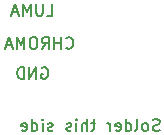
<source format=gbr>
%TF.GenerationSoftware,KiCad,Pcbnew,(5.1.9)-1*%
%TF.CreationDate,2021-04-04T18:40:27-05:00*%
%TF.ProjectId,S-video pcb breakout vertical,532d7669-6465-46f2-9070-636220627265,rev?*%
%TF.SameCoordinates,Original*%
%TF.FileFunction,Legend,Bot*%
%TF.FilePolarity,Positive*%
%FSLAX46Y46*%
G04 Gerber Fmt 4.6, Leading zero omitted, Abs format (unit mm)*
G04 Created by KiCad (PCBNEW (5.1.9)-1) date 2021-04-04 18:40:27*
%MOMM*%
%LPD*%
G01*
G04 APERTURE LIST*
%ADD10C,0.150000*%
G04 APERTURE END LIST*
D10*
X162907142Y-112664761D02*
X162764285Y-112712380D01*
X162526190Y-112712380D01*
X162430952Y-112664761D01*
X162383333Y-112617142D01*
X162335714Y-112521904D01*
X162335714Y-112426666D01*
X162383333Y-112331428D01*
X162430952Y-112283809D01*
X162526190Y-112236190D01*
X162716666Y-112188571D01*
X162811904Y-112140952D01*
X162859523Y-112093333D01*
X162907142Y-111998095D01*
X162907142Y-111902857D01*
X162859523Y-111807619D01*
X162811904Y-111760000D01*
X162716666Y-111712380D01*
X162478571Y-111712380D01*
X162335714Y-111760000D01*
X161764285Y-112712380D02*
X161859523Y-112664761D01*
X161907142Y-112617142D01*
X161954761Y-112521904D01*
X161954761Y-112236190D01*
X161907142Y-112140952D01*
X161859523Y-112093333D01*
X161764285Y-112045714D01*
X161621428Y-112045714D01*
X161526190Y-112093333D01*
X161478571Y-112140952D01*
X161430952Y-112236190D01*
X161430952Y-112521904D01*
X161478571Y-112617142D01*
X161526190Y-112664761D01*
X161621428Y-112712380D01*
X161764285Y-112712380D01*
X160859523Y-112712380D02*
X160954761Y-112664761D01*
X161002380Y-112569523D01*
X161002380Y-111712380D01*
X160050000Y-112712380D02*
X160050000Y-111712380D01*
X160050000Y-112664761D02*
X160145238Y-112712380D01*
X160335714Y-112712380D01*
X160430952Y-112664761D01*
X160478571Y-112617142D01*
X160526190Y-112521904D01*
X160526190Y-112236190D01*
X160478571Y-112140952D01*
X160430952Y-112093333D01*
X160335714Y-112045714D01*
X160145238Y-112045714D01*
X160050000Y-112093333D01*
X159192857Y-112664761D02*
X159288095Y-112712380D01*
X159478571Y-112712380D01*
X159573809Y-112664761D01*
X159621428Y-112569523D01*
X159621428Y-112188571D01*
X159573809Y-112093333D01*
X159478571Y-112045714D01*
X159288095Y-112045714D01*
X159192857Y-112093333D01*
X159145238Y-112188571D01*
X159145238Y-112283809D01*
X159621428Y-112379047D01*
X158716666Y-112712380D02*
X158716666Y-112045714D01*
X158716666Y-112236190D02*
X158669047Y-112140952D01*
X158621428Y-112093333D01*
X158526190Y-112045714D01*
X158430952Y-112045714D01*
X157478571Y-112045714D02*
X157097619Y-112045714D01*
X157335714Y-111712380D02*
X157335714Y-112569523D01*
X157288095Y-112664761D01*
X157192857Y-112712380D01*
X157097619Y-112712380D01*
X156764285Y-112712380D02*
X156764285Y-111712380D01*
X156335714Y-112712380D02*
X156335714Y-112188571D01*
X156383333Y-112093333D01*
X156478571Y-112045714D01*
X156621428Y-112045714D01*
X156716666Y-112093333D01*
X156764285Y-112140952D01*
X155859523Y-112712380D02*
X155859523Y-112045714D01*
X155859523Y-111712380D02*
X155907142Y-111760000D01*
X155859523Y-111807619D01*
X155811904Y-111760000D01*
X155859523Y-111712380D01*
X155859523Y-111807619D01*
X155430952Y-112664761D02*
X155335714Y-112712380D01*
X155145238Y-112712380D01*
X155050000Y-112664761D01*
X155002380Y-112569523D01*
X155002380Y-112521904D01*
X155050000Y-112426666D01*
X155145238Y-112379047D01*
X155288095Y-112379047D01*
X155383333Y-112331428D01*
X155430952Y-112236190D01*
X155430952Y-112188571D01*
X155383333Y-112093333D01*
X155288095Y-112045714D01*
X155145238Y-112045714D01*
X155050000Y-112093333D01*
X153859523Y-112664761D02*
X153764285Y-112712380D01*
X153573809Y-112712380D01*
X153478571Y-112664761D01*
X153430952Y-112569523D01*
X153430952Y-112521904D01*
X153478571Y-112426666D01*
X153573809Y-112379047D01*
X153716666Y-112379047D01*
X153811904Y-112331428D01*
X153859523Y-112236190D01*
X153859523Y-112188571D01*
X153811904Y-112093333D01*
X153716666Y-112045714D01*
X153573809Y-112045714D01*
X153478571Y-112093333D01*
X153002380Y-112712380D02*
X153002380Y-112045714D01*
X153002380Y-111712380D02*
X153050000Y-111760000D01*
X153002380Y-111807619D01*
X152954761Y-111760000D01*
X153002380Y-111712380D01*
X153002380Y-111807619D01*
X152097619Y-112712380D02*
X152097619Y-111712380D01*
X152097619Y-112664761D02*
X152192857Y-112712380D01*
X152383333Y-112712380D01*
X152478571Y-112664761D01*
X152526190Y-112617142D01*
X152573809Y-112521904D01*
X152573809Y-112236190D01*
X152526190Y-112140952D01*
X152478571Y-112093333D01*
X152383333Y-112045714D01*
X152192857Y-112045714D01*
X152097619Y-112093333D01*
X151240476Y-112664761D02*
X151335714Y-112712380D01*
X151526190Y-112712380D01*
X151621428Y-112664761D01*
X151669047Y-112569523D01*
X151669047Y-112188571D01*
X151621428Y-112093333D01*
X151526190Y-112045714D01*
X151335714Y-112045714D01*
X151240476Y-112093333D01*
X151192857Y-112188571D01*
X151192857Y-112283809D01*
X151669047Y-112379047D01*
X152931904Y-107370000D02*
X153027142Y-107322380D01*
X153170000Y-107322380D01*
X153312857Y-107370000D01*
X153408095Y-107465238D01*
X153455714Y-107560476D01*
X153503333Y-107750952D01*
X153503333Y-107893809D01*
X153455714Y-108084285D01*
X153408095Y-108179523D01*
X153312857Y-108274761D01*
X153170000Y-108322380D01*
X153074761Y-108322380D01*
X152931904Y-108274761D01*
X152884285Y-108227142D01*
X152884285Y-107893809D01*
X153074761Y-107893809D01*
X152455714Y-108322380D02*
X152455714Y-107322380D01*
X151884285Y-108322380D01*
X151884285Y-107322380D01*
X151408095Y-108322380D02*
X151408095Y-107322380D01*
X151170000Y-107322380D01*
X151027142Y-107370000D01*
X150931904Y-107465238D01*
X150884285Y-107560476D01*
X150836666Y-107750952D01*
X150836666Y-107893809D01*
X150884285Y-108084285D01*
X150931904Y-108179523D01*
X151027142Y-108274761D01*
X151170000Y-108322380D01*
X151408095Y-108322380D01*
X154998095Y-105667142D02*
X155045714Y-105714761D01*
X155188571Y-105762380D01*
X155283809Y-105762380D01*
X155426666Y-105714761D01*
X155521904Y-105619523D01*
X155569523Y-105524285D01*
X155617142Y-105333809D01*
X155617142Y-105190952D01*
X155569523Y-105000476D01*
X155521904Y-104905238D01*
X155426666Y-104810000D01*
X155283809Y-104762380D01*
X155188571Y-104762380D01*
X155045714Y-104810000D01*
X154998095Y-104857619D01*
X154569523Y-105762380D02*
X154569523Y-104762380D01*
X154569523Y-105238571D02*
X153998095Y-105238571D01*
X153998095Y-105762380D02*
X153998095Y-104762380D01*
X152950476Y-105762380D02*
X153283809Y-105286190D01*
X153521904Y-105762380D02*
X153521904Y-104762380D01*
X153140952Y-104762380D01*
X153045714Y-104810000D01*
X152998095Y-104857619D01*
X152950476Y-104952857D01*
X152950476Y-105095714D01*
X152998095Y-105190952D01*
X153045714Y-105238571D01*
X153140952Y-105286190D01*
X153521904Y-105286190D01*
X152331428Y-104762380D02*
X152140952Y-104762380D01*
X152045714Y-104810000D01*
X151950476Y-104905238D01*
X151902857Y-105095714D01*
X151902857Y-105429047D01*
X151950476Y-105619523D01*
X152045714Y-105714761D01*
X152140952Y-105762380D01*
X152331428Y-105762380D01*
X152426666Y-105714761D01*
X152521904Y-105619523D01*
X152569523Y-105429047D01*
X152569523Y-105095714D01*
X152521904Y-104905238D01*
X152426666Y-104810000D01*
X152331428Y-104762380D01*
X151474285Y-105762380D02*
X151474285Y-104762380D01*
X151140952Y-105476666D01*
X150807619Y-104762380D01*
X150807619Y-105762380D01*
X150379047Y-105476666D02*
X149902857Y-105476666D01*
X150474285Y-105762380D02*
X150140952Y-104762380D01*
X149807619Y-105762380D01*
X153364285Y-102952380D02*
X153840476Y-102952380D01*
X153840476Y-101952380D01*
X153030952Y-101952380D02*
X153030952Y-102761904D01*
X152983333Y-102857142D01*
X152935714Y-102904761D01*
X152840476Y-102952380D01*
X152650000Y-102952380D01*
X152554761Y-102904761D01*
X152507142Y-102857142D01*
X152459523Y-102761904D01*
X152459523Y-101952380D01*
X151983333Y-102952380D02*
X151983333Y-101952380D01*
X151650000Y-102666666D01*
X151316666Y-101952380D01*
X151316666Y-102952380D01*
X150888095Y-102666666D02*
X150411904Y-102666666D01*
X150983333Y-102952380D02*
X150650000Y-101952380D01*
X150316666Y-102952380D01*
M02*

</source>
